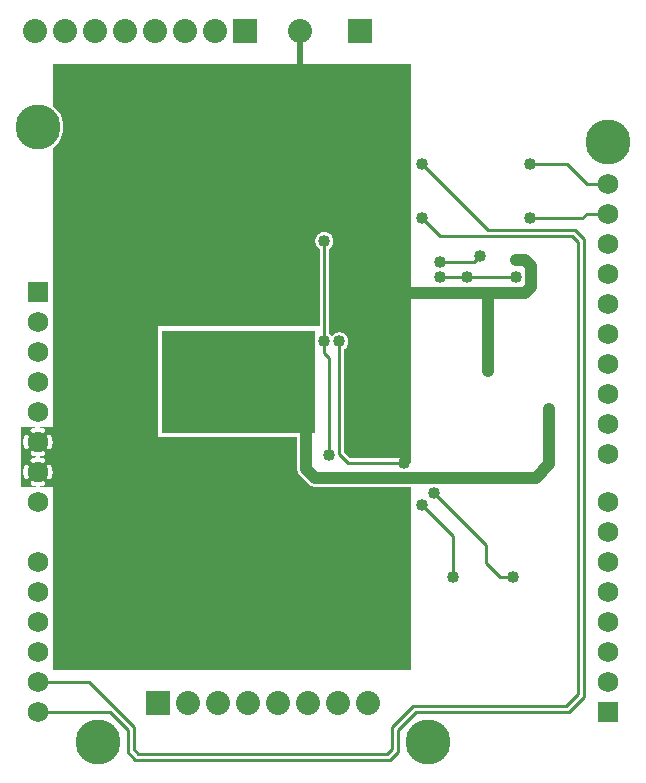
<source format=gbr>
G04 start of page 3 for group 1 idx 1 *
G04 Title: (unknown), solder *
G04 Creator: pcb 20140316 *
G04 CreationDate: Wed 25 Nov 2015 05:30:27 PM GMT UTC *
G04 For: ndholmes *
G04 Format: Gerber/RS-274X *
G04 PCB-Dimensions (mil): 2100.00 2700.00 *
G04 PCB-Coordinate-Origin: lower left *
%MOIN*%
%FSLAX25Y25*%
%LNBOTTOM*%
%ADD46C,0.0480*%
%ADD45C,0.1285*%
%ADD44C,0.0380*%
%ADD43C,0.0800*%
%ADD42C,0.1500*%
%ADD41C,0.0680*%
%ADD40C,0.0200*%
%ADD39C,0.0400*%
%ADD38C,0.0100*%
%ADD37C,0.0001*%
G54D37*G36*
X102500Y147000D02*Y143618D01*
X102491Y143500D01*
X102500Y143382D01*
Y117500D01*
X102472Y117971D01*
X102362Y118430D01*
X102181Y118866D01*
X101935Y119269D01*
X101628Y119628D01*
X101269Y119935D01*
X100866Y120181D01*
X100430Y120362D01*
X99971Y120472D01*
X99500Y120509D01*
X99029Y120472D01*
X98570Y120362D01*
X98134Y120181D01*
X97731Y119935D01*
X97372Y119628D01*
X97065Y119269D01*
X96819Y118866D01*
X96638Y118430D01*
X96528Y117971D01*
X96500Y117500D01*
Y113000D01*
X51500D01*
Y147000D01*
X102500D01*
G37*
G36*
X134500Y103000D02*X133505D01*
X133486Y103235D01*
X133431Y103465D01*
X133341Y103683D01*
X133217Y103884D01*
X133064Y104064D01*
X132884Y104217D01*
X132683Y104341D01*
X132465Y104431D01*
X132235Y104486D01*
X132000Y104500D01*
X114121D01*
X112000Y106621D01*
Y140901D01*
X112269Y141065D01*
X112628Y141372D01*
X112935Y141731D01*
X113181Y142134D01*
X113362Y142570D01*
X113472Y143029D01*
X113500Y143500D01*
X113472Y143971D01*
X113362Y144430D01*
X113181Y144866D01*
X112935Y145269D01*
X112628Y145628D01*
X112269Y145935D01*
X111866Y146181D01*
X111430Y146362D01*
X110971Y146472D01*
X110500Y146509D01*
X110029Y146472D01*
X109570Y146362D01*
X109134Y146181D01*
X108731Y145935D01*
X108372Y145628D01*
X108065Y145269D01*
X108000Y145162D01*
X107935Y145269D01*
X107628Y145628D01*
X107269Y145935D01*
X107000Y146099D01*
Y174401D01*
X107269Y174565D01*
X107628Y174872D01*
X107935Y175231D01*
X108181Y175634D01*
X108362Y176070D01*
X108472Y176529D01*
X108500Y177000D01*
X108472Y177471D01*
X108465Y177500D01*
X134500D01*
Y103000D01*
G37*
G36*
Y148500D02*X107000D01*
Y174401D01*
X107269Y174565D01*
X107628Y174872D01*
X107935Y175231D01*
X108181Y175634D01*
X108362Y176070D01*
X108472Y176529D01*
X108500Y177000D01*
X108472Y177471D01*
X108362Y177930D01*
X108181Y178366D01*
X107935Y178769D01*
X107628Y179128D01*
X107269Y179435D01*
X106866Y179681D01*
X106430Y179862D01*
X105971Y179972D01*
X105500Y180009D01*
X105029Y179972D01*
X104570Y179862D01*
X104134Y179681D01*
X103731Y179435D01*
X103372Y179128D01*
X103065Y178769D01*
X102819Y178366D01*
X102638Y177930D01*
X102528Y177471D01*
X102491Y177000D01*
X102528Y176529D01*
X102638Y176070D01*
X102819Y175634D01*
X103065Y175231D01*
X103372Y174872D01*
X103731Y174565D01*
X104000Y174401D01*
Y148500D01*
X15000D01*
Y208095D01*
X15012Y208102D01*
X16029Y208971D01*
X16898Y209988D01*
X17597Y211129D01*
X18109Y212365D01*
X18421Y213666D01*
X18500Y215000D01*
X18421Y216334D01*
X18109Y217635D01*
X17597Y218871D01*
X16898Y220012D01*
X16029Y221029D01*
X15012Y221898D01*
X15000Y221905D01*
Y236000D01*
X134500D01*
Y148500D01*
G37*
G36*
X13964Y115000D02*X22500D01*
Y95000D01*
X13964D01*
Y97564D01*
X14049Y97589D01*
X14155Y97639D01*
X14253Y97706D01*
X14339Y97787D01*
X14411Y97880D01*
X14466Y97984D01*
X14641Y98412D01*
X14770Y98855D01*
X14857Y99309D01*
X14900Y99769D01*
Y100231D01*
X14857Y100691D01*
X14770Y101145D01*
X14641Y101588D01*
X14471Y102018D01*
X14415Y102122D01*
X14342Y102216D01*
X14255Y102297D01*
X14157Y102364D01*
X14050Y102414D01*
X13964Y102440D01*
Y107564D01*
X14049Y107589D01*
X14155Y107639D01*
X14253Y107706D01*
X14339Y107787D01*
X14411Y107880D01*
X14466Y107984D01*
X14641Y108412D01*
X14770Y108855D01*
X14857Y109309D01*
X14900Y109769D01*
Y110231D01*
X14857Y110691D01*
X14770Y111145D01*
X14641Y111588D01*
X14471Y112018D01*
X14415Y112122D01*
X14342Y112216D01*
X14255Y112297D01*
X14157Y112364D01*
X14050Y112414D01*
X13964Y112440D01*
Y115000D01*
G37*
G36*
X10002D02*X13964D01*
Y112440D01*
X13936Y112448D01*
X13818Y112462D01*
X13700Y112459D01*
X13583Y112437D01*
X13472Y112396D01*
X13368Y112339D01*
X13274Y112266D01*
X13193Y112180D01*
X13126Y112082D01*
X13075Y111975D01*
X13042Y111861D01*
X13027Y111743D01*
X13031Y111624D01*
X13053Y111508D01*
X13096Y111397D01*
X13217Y111101D01*
X13306Y110793D01*
X13366Y110479D01*
X13396Y110160D01*
Y109840D01*
X13366Y109521D01*
X13306Y109207D01*
X13217Y108899D01*
X13099Y108601D01*
X13057Y108491D01*
X13035Y108375D01*
X13031Y108257D01*
X13046Y108140D01*
X13079Y108027D01*
X13129Y107920D01*
X13196Y107822D01*
X13276Y107736D01*
X13370Y107664D01*
X13473Y107607D01*
X13584Y107567D01*
X13700Y107545D01*
X13818Y107541D01*
X13935Y107556D01*
X13964Y107564D01*
Y102440D01*
X13936Y102448D01*
X13818Y102462D01*
X13700Y102459D01*
X13583Y102437D01*
X13472Y102396D01*
X13368Y102339D01*
X13274Y102266D01*
X13193Y102180D01*
X13126Y102082D01*
X13075Y101975D01*
X13042Y101861D01*
X13027Y101743D01*
X13031Y101624D01*
X13053Y101508D01*
X13096Y101397D01*
X13217Y101101D01*
X13306Y100793D01*
X13366Y100479D01*
X13396Y100160D01*
Y99840D01*
X13366Y99521D01*
X13306Y99207D01*
X13217Y98899D01*
X13099Y98601D01*
X13057Y98491D01*
X13035Y98375D01*
X13031Y98257D01*
X13046Y98140D01*
X13079Y98027D01*
X13129Y97920D01*
X13196Y97822D01*
X13276Y97736D01*
X13370Y97664D01*
X13473Y97607D01*
X13584Y97567D01*
X13700Y97545D01*
X13818Y97541D01*
X13935Y97556D01*
X13964Y97564D01*
Y95000D01*
X10002D01*
Y95100D01*
X10231D01*
X10691Y95143D01*
X11145Y95230D01*
X11588Y95359D01*
X12018Y95529D01*
X12122Y95585D01*
X12216Y95658D01*
X12297Y95745D01*
X12364Y95843D01*
X12414Y95950D01*
X12448Y96064D01*
X12462Y96182D01*
X12459Y96300D01*
X12436Y96417D01*
X12396Y96528D01*
X12339Y96632D01*
X12266Y96726D01*
X12180Y96807D01*
X12082Y96874D01*
X11975Y96925D01*
X11861Y96958D01*
X11743Y96973D01*
X11624Y96969D01*
X11508Y96947D01*
X11397Y96904D01*
X11101Y96783D01*
X10793Y96694D01*
X10479Y96634D01*
X10160Y96604D01*
X10002D01*
Y103396D01*
X10160D01*
X10479Y103366D01*
X10793Y103306D01*
X11101Y103217D01*
X11399Y103099D01*
X11509Y103057D01*
X11625Y103035D01*
X11743Y103031D01*
X11860Y103046D01*
X11973Y103079D01*
X12080Y103129D01*
X12178Y103196D01*
X12264Y103276D01*
X12336Y103370D01*
X12393Y103473D01*
X12433Y103584D01*
X12455Y103700D01*
X12459Y103818D01*
X12444Y103935D01*
X12411Y104049D01*
X12361Y104155D01*
X12294Y104253D01*
X12213Y104339D01*
X12120Y104411D01*
X12016Y104466D01*
X11588Y104641D01*
X11145Y104770D01*
X10691Y104857D01*
X10231Y104900D01*
X10002D01*
Y105100D01*
X10231D01*
X10691Y105143D01*
X11145Y105230D01*
X11588Y105359D01*
X12018Y105529D01*
X12122Y105585D01*
X12216Y105658D01*
X12297Y105745D01*
X12364Y105843D01*
X12414Y105950D01*
X12448Y106064D01*
X12462Y106182D01*
X12459Y106300D01*
X12436Y106417D01*
X12396Y106528D01*
X12339Y106632D01*
X12266Y106726D01*
X12180Y106807D01*
X12082Y106874D01*
X11975Y106925D01*
X11861Y106958D01*
X11743Y106973D01*
X11624Y106969D01*
X11508Y106947D01*
X11397Y106904D01*
X11101Y106783D01*
X10793Y106694D01*
X10479Y106634D01*
X10160Y106604D01*
X10002D01*
Y113396D01*
X10160D01*
X10479Y113366D01*
X10793Y113306D01*
X11101Y113217D01*
X11399Y113099D01*
X11509Y113057D01*
X11625Y113035D01*
X11743Y113031D01*
X11860Y113046D01*
X11973Y113079D01*
X12080Y113129D01*
X12178Y113196D01*
X12264Y113276D01*
X12336Y113370D01*
X12393Y113473D01*
X12433Y113584D01*
X12455Y113700D01*
X12459Y113818D01*
X12444Y113935D01*
X12411Y114049D01*
X12361Y114155D01*
X12294Y114253D01*
X12213Y114339D01*
X12120Y114411D01*
X12016Y114466D01*
X11588Y114641D01*
X11145Y114770D01*
X10691Y114857D01*
X10231Y114900D01*
X10002D01*
Y115000D01*
G37*
G36*
X6036D02*X10002D01*
Y114900D01*
X9769D01*
X9309Y114857D01*
X8855Y114770D01*
X8412Y114641D01*
X7982Y114471D01*
X7878Y114415D01*
X7784Y114342D01*
X7703Y114255D01*
X7636Y114157D01*
X7586Y114050D01*
X7552Y113936D01*
X7538Y113818D01*
X7541Y113700D01*
X7563Y113583D01*
X7604Y113472D01*
X7661Y113368D01*
X7734Y113274D01*
X7820Y113193D01*
X7918Y113126D01*
X8025Y113075D01*
X8139Y113042D01*
X8257Y113027D01*
X8376Y113031D01*
X8492Y113053D01*
X8603Y113096D01*
X8899Y113217D01*
X9207Y113306D01*
X9521Y113366D01*
X9840Y113396D01*
X10002D01*
Y106604D01*
X9840D01*
X9521Y106634D01*
X9207Y106694D01*
X8899Y106783D01*
X8601Y106901D01*
X8491Y106943D01*
X8375Y106965D01*
X8257Y106969D01*
X8140Y106954D01*
X8027Y106921D01*
X7920Y106871D01*
X7822Y106804D01*
X7736Y106724D01*
X7664Y106630D01*
X7607Y106527D01*
X7567Y106416D01*
X7545Y106300D01*
X7541Y106182D01*
X7556Y106065D01*
X7589Y105951D01*
X7639Y105845D01*
X7706Y105747D01*
X7787Y105661D01*
X7880Y105589D01*
X7984Y105534D01*
X8412Y105359D01*
X8855Y105230D01*
X9309Y105143D01*
X9769Y105100D01*
X10002D01*
Y104900D01*
X9769D01*
X9309Y104857D01*
X8855Y104770D01*
X8412Y104641D01*
X7982Y104471D01*
X7878Y104415D01*
X7784Y104342D01*
X7703Y104255D01*
X7636Y104157D01*
X7586Y104050D01*
X7552Y103936D01*
X7538Y103818D01*
X7541Y103700D01*
X7563Y103583D01*
X7604Y103472D01*
X7661Y103368D01*
X7734Y103274D01*
X7820Y103193D01*
X7918Y103126D01*
X8025Y103075D01*
X8139Y103042D01*
X8257Y103027D01*
X8376Y103031D01*
X8492Y103053D01*
X8603Y103096D01*
X8899Y103217D01*
X9207Y103306D01*
X9521Y103366D01*
X9840Y103396D01*
X10002D01*
Y96604D01*
X9840D01*
X9521Y96634D01*
X9207Y96694D01*
X8899Y96783D01*
X8601Y96901D01*
X8491Y96943D01*
X8375Y96965D01*
X8257Y96969D01*
X8140Y96954D01*
X8027Y96921D01*
X7920Y96871D01*
X7822Y96804D01*
X7736Y96724D01*
X7664Y96630D01*
X7607Y96527D01*
X7567Y96416D01*
X7545Y96300D01*
X7541Y96182D01*
X7556Y96065D01*
X7589Y95951D01*
X7639Y95845D01*
X7706Y95747D01*
X7787Y95661D01*
X7880Y95589D01*
X7984Y95534D01*
X8412Y95359D01*
X8855Y95230D01*
X9309Y95143D01*
X9769Y95100D01*
X10002D01*
Y95000D01*
X6036D01*
Y97560D01*
X6064Y97552D01*
X6182Y97538D01*
X6300Y97541D01*
X6417Y97564D01*
X6528Y97604D01*
X6632Y97661D01*
X6726Y97734D01*
X6807Y97820D01*
X6874Y97918D01*
X6925Y98025D01*
X6958Y98139D01*
X6973Y98257D01*
X6969Y98376D01*
X6947Y98492D01*
X6904Y98603D01*
X6783Y98899D01*
X6694Y99207D01*
X6634Y99521D01*
X6604Y99840D01*
Y100160D01*
X6634Y100479D01*
X6694Y100793D01*
X6783Y101101D01*
X6901Y101399D01*
X6943Y101509D01*
X6965Y101625D01*
X6969Y101743D01*
X6954Y101860D01*
X6921Y101973D01*
X6871Y102080D01*
X6804Y102178D01*
X6724Y102264D01*
X6630Y102336D01*
X6527Y102393D01*
X6416Y102433D01*
X6300Y102455D01*
X6182Y102459D01*
X6065Y102444D01*
X6036Y102436D01*
Y107560D01*
X6064Y107552D01*
X6182Y107538D01*
X6300Y107541D01*
X6417Y107564D01*
X6528Y107604D01*
X6632Y107661D01*
X6726Y107734D01*
X6807Y107820D01*
X6874Y107918D01*
X6925Y108025D01*
X6958Y108139D01*
X6973Y108257D01*
X6969Y108376D01*
X6947Y108492D01*
X6904Y108603D01*
X6783Y108899D01*
X6694Y109207D01*
X6634Y109521D01*
X6604Y109840D01*
Y110160D01*
X6634Y110479D01*
X6694Y110793D01*
X6783Y111101D01*
X6901Y111399D01*
X6943Y111509D01*
X6965Y111625D01*
X6969Y111743D01*
X6954Y111860D01*
X6921Y111973D01*
X6871Y112080D01*
X6804Y112178D01*
X6724Y112264D01*
X6630Y112336D01*
X6527Y112393D01*
X6416Y112433D01*
X6300Y112455D01*
X6182Y112459D01*
X6065Y112444D01*
X6036Y112436D01*
Y115000D01*
G37*
G36*
X4500D02*X6036D01*
Y112436D01*
X5951Y112411D01*
X5845Y112361D01*
X5747Y112294D01*
X5661Y112213D01*
X5589Y112120D01*
X5534Y112016D01*
X5359Y111588D01*
X5230Y111145D01*
X5143Y110691D01*
X5100Y110231D01*
Y109769D01*
X5143Y109309D01*
X5230Y108855D01*
X5359Y108412D01*
X5529Y107982D01*
X5585Y107878D01*
X5658Y107784D01*
X5745Y107703D01*
X5843Y107636D01*
X5950Y107586D01*
X6036Y107560D01*
Y102436D01*
X5951Y102411D01*
X5845Y102361D01*
X5747Y102294D01*
X5661Y102213D01*
X5589Y102120D01*
X5534Y102016D01*
X5359Y101588D01*
X5230Y101145D01*
X5143Y100691D01*
X5100Y100231D01*
Y99769D01*
X5143Y99309D01*
X5230Y98855D01*
X5359Y98412D01*
X5529Y97982D01*
X5585Y97878D01*
X5658Y97784D01*
X5745Y97703D01*
X5843Y97636D01*
X5950Y97586D01*
X6036Y97560D01*
Y95000D01*
X4500D01*
Y115000D01*
G37*
G36*
X15000Y159000D02*X50000D01*
Y95000D01*
X15000D01*
Y159000D01*
G37*
G36*
Y111500D02*X96500D01*
Y101118D01*
X96491Y101000D01*
X96528Y100529D01*
Y100529D01*
X96549Y100440D01*
X96638Y100070D01*
X96819Y99634D01*
X97065Y99231D01*
X97065Y99231D01*
X97372Y98872D01*
X97462Y98796D01*
X100296Y95962D01*
X100372Y95872D01*
X100731Y95566D01*
X100731Y95565D01*
X101134Y95319D01*
X101570Y95138D01*
X102029Y95028D01*
X102500Y94991D01*
X102618Y95000D01*
X134500D01*
Y34000D01*
X15000D01*
Y111500D01*
G37*
G36*
X102500Y113000D02*X95000D01*
Y120500D01*
X102500D01*
Y113000D01*
G37*
G54D38*X136000Y20000D02*X130000Y14000D01*
Y6500D01*
X128000Y15000D02*X135000Y22000D01*
X128000Y7500D02*Y15000D01*
X136000Y20000D02*X187000D01*
X192000Y25000D01*
X135000Y22000D02*X186000D01*
X190000Y26000D01*
X110500Y106000D02*X113500Y103000D01*
X132000D01*
G54D39*X176000Y98000D02*X180500Y102500D01*
G54D38*X138000Y89000D02*X148500Y78500D01*
Y65000D01*
X142000Y93000D02*X159500Y75500D01*
Y69500D01*
X164000Y65000D01*
X168414D01*
X192000Y25000D02*Y177500D01*
X190000Y26000D02*Y176500D01*
X10000Y20000D02*X34000D01*
X40000Y14000D01*
Y6500D01*
X10000Y30000D02*X27000D01*
X42000Y15000D01*
Y7500D01*
X40000Y6500D02*X42500Y4000D01*
X42000Y7500D02*X43500Y6000D01*
X42500Y4000D02*X127500D01*
X130000Y6500D02*X127500Y4000D01*
X43500Y6000D02*X126500D01*
X128000Y7500D01*
X153000Y165000D02*X169500D01*
X153000D02*X144000D01*
Y170000D02*X155500D01*
X157500Y172000D01*
G54D39*X174500Y161500D02*Y168500D01*
X172500Y170500D01*
X169500D01*
G54D38*X174000Y202500D02*X186500D01*
X193000Y196000D01*
X192000Y177500D02*X189000Y180500D01*
X190000Y176500D02*X188000Y178500D01*
X193000Y196000D02*X200000D01*
Y186000D02*X193000D01*
X191500Y184500D01*
X174000D01*
X189000Y180500D02*X160000D01*
X138000Y202500D01*
X188000Y178500D02*X144000D01*
X138000Y184500D01*
G54D39*X172500Y159500D02*X127500D01*
X172500D02*X174500Y161500D01*
X160000Y133500D02*Y159500D01*
X99500Y117500D02*Y101000D01*
X102500Y98000D01*
X176000D01*
X180500Y102500D02*Y116500D01*
Y111000D02*Y121000D01*
G54D38*X110500Y143500D02*Y106000D01*
X107000Y105500D02*Y138000D01*
X105500Y139500D01*
Y177000D01*
G54D40*X97500Y247000D02*Y232500D01*
G54D37*G36*
X196600Y23400D02*Y16600D01*
X203400D01*
Y23400D01*
X196600D01*
G37*
G54D41*X200000Y30000D03*
Y40000D03*
Y50000D03*
Y60000D03*
Y70000D03*
G54D42*X140000Y10000D03*
G54D41*X10000Y130000D03*
Y120000D03*
Y110000D03*
Y100000D03*
G54D37*G36*
X6600Y163400D02*Y156600D01*
X13400D01*
Y163400D01*
X6600D01*
G37*
G54D41*X10000Y150000D03*
Y140000D03*
G54D42*Y215000D03*
G54D37*G36*
X75000Y251000D02*Y243000D01*
X83000D01*
Y251000D01*
X75000D01*
G37*
G36*
X113500D02*Y243000D01*
X121500D01*
Y251000D01*
X113500D01*
G37*
G54D43*X97500Y247000D03*
X69000D03*
X59000D03*
X49000D03*
X39000D03*
X29000D03*
X19000D03*
X9000D03*
G54D41*X200000Y80000D03*
Y90000D03*
Y106000D03*
Y116000D03*
Y126000D03*
Y136000D03*
Y146000D03*
Y156000D03*
Y166000D03*
Y176000D03*
Y186000D03*
Y196000D03*
G54D42*Y210000D03*
G54D41*X10000Y90000D03*
Y70000D03*
Y60000D03*
Y50000D03*
Y40000D03*
Y30000D03*
Y20000D03*
G54D42*X30000Y10000D03*
G54D37*G36*
X46000Y27000D02*Y19000D01*
X54000D01*
Y27000D01*
X46000D01*
G37*
G54D43*X60000Y23000D03*
X70000D03*
X80000D03*
X90000D03*
X100000D03*
X110000D03*
X120000D03*
G54D39*X169500Y165000D03*
X153000D03*
X132000Y141000D03*
Y146000D03*
Y151000D03*
Y156000D03*
X157500Y172000D03*
X160000Y133500D03*
X180500Y116000D03*
Y121000D03*
X169500Y170500D03*
X144000Y165000D03*
Y170000D03*
X132000Y103000D03*
Y111000D03*
X107000Y105500D03*
X132000Y136000D03*
X105500Y143500D03*
X110500D03*
X99500Y142500D03*
Y137500D03*
Y132500D03*
Y127500D03*
Y122500D03*
Y117500D03*
X132000Y116000D03*
Y126000D03*
Y131000D03*
Y121000D03*
X138000Y89000D03*
X142000Y93000D03*
X105500Y177000D03*
X138000Y202500D03*
Y184500D03*
X174000Y202500D03*
Y184500D03*
X42000Y111000D03*
Y105000D03*
Y99000D03*
X18000Y105000D03*
X23500D03*
X29000D03*
X62500Y124500D03*
X55500D03*
X59000Y128000D03*
X55500Y131500D03*
X62500D03*
X130500Y50000D03*
X148500Y65000D03*
X168414D03*
G54D40*G54D44*G54D45*G54D44*G54D45*G54D46*G54D44*G54D45*G54D44*G54D45*G54D46*M02*

</source>
